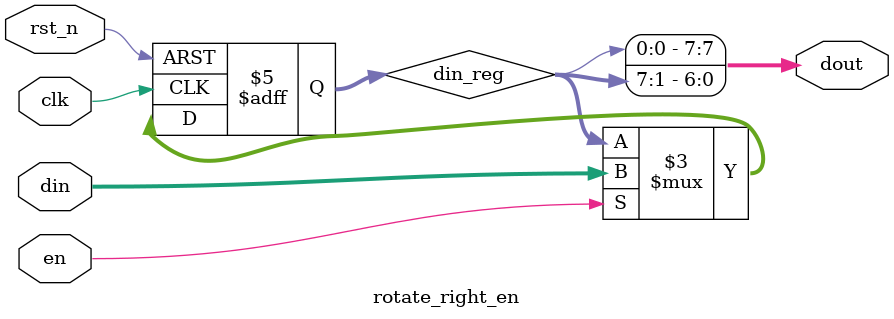
<source format=sv>
module rotate_right_en #(parameter W=8) (
    input  wire              clk,
    input  wire              en,
    input  wire              rst_n,
    input  wire [W-1:0]      din,
    output wire [W-1:0]      dout
);

reg [W-1:0] din_reg;

always @(posedge clk or negedge rst_n) begin
    if (!rst_n) begin
        din_reg <= {W{1'b0}};
    end else if (en) begin
        din_reg <= din;
    end
end

assign dout = {din_reg[0], din_reg[W-1:1]};

endmodule
</source>
